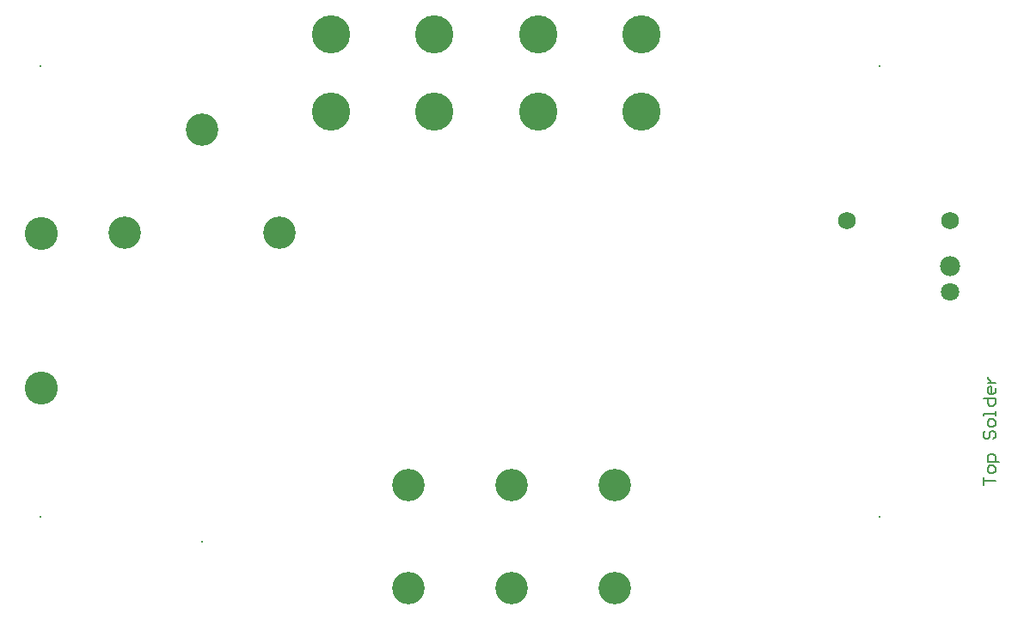
<source format=gts>
%FSLAX23Y23*%
%MOIN*%
G70*
G01*
G75*
G04 Layer_Color=8388736*
%ADD10C,0.150*%
%ADD11C,0.050*%
%ADD12C,0.120*%
%ADD13C,0.020*%
%ADD14C,0.005*%
%ADD15C,0.120*%
%ADD16C,0.063*%
%ADD17C,0.070*%
%ADD18C,0.060*%
%ADD19C,0.118*%
%ADD20C,0.118*%
%ADD21C,0.140*%
%ADD22C,0.008*%
%ADD23C,0.008*%
%ADD24C,0.005*%
%ADD25C,0.040*%
%ADD26C,0.001*%
%ADD27C,0.002*%
%ADD28C,0.015*%
%ADD29C,0.010*%
%ADD30C,0.128*%
%ADD31C,0.071*%
%ADD32C,0.008*%
%ADD33C,0.078*%
%ADD34C,0.068*%
%ADD35C,0.126*%
%ADD36C,0.126*%
%ADD37C,0.148*%
D14*
X4030Y500D02*
Y530D01*
Y515D01*
X4075D01*
Y552D02*
Y567D01*
X4068Y575D01*
X4053D01*
X4045Y567D01*
Y552D01*
X4053Y545D01*
X4068D01*
X4075Y552D01*
X4090Y590D02*
X4045D01*
Y612D01*
X4053Y620D01*
X4068D01*
X4075Y612D01*
Y590D01*
X4038Y710D02*
X4030Y702D01*
Y687D01*
X4038Y680D01*
X4045D01*
X4053Y687D01*
Y702D01*
X4060Y710D01*
X4068D01*
X4075Y702D01*
Y687D01*
X4068Y680D01*
X4075Y732D02*
Y747D01*
X4068Y755D01*
X4053D01*
X4045Y747D01*
Y732D01*
X4053Y725D01*
X4068D01*
X4075Y732D01*
Y770D02*
Y785D01*
Y777D01*
X4030D01*
Y770D01*
Y837D02*
X4075D01*
Y815D01*
X4068Y807D01*
X4053D01*
X4045Y815D01*
Y837D01*
X4075Y875D02*
Y860D01*
X4068Y852D01*
X4053D01*
X4045Y860D01*
Y875D01*
X4053Y882D01*
X4060D01*
Y852D01*
X4045Y897D02*
X4075D01*
X4060D01*
X4053Y905D01*
X4045Y912D01*
Y920D01*
D30*
X375Y875D02*
D03*
Y1475D02*
D03*
D31*
X3900Y1250D02*
D03*
D32*
X373Y2125D02*
D03*
Y375D02*
D03*
X3628D02*
D03*
Y2125D02*
D03*
X1000Y280D02*
D03*
D33*
X3900Y1350D02*
D03*
D34*
Y1525D02*
D03*
X3500D02*
D03*
D35*
X1000Y1880D02*
D03*
X1300Y1480D02*
D03*
X2200Y100D02*
D03*
Y500D02*
D03*
D36*
X700Y1480D02*
D03*
X1800Y500D02*
D03*
Y100D02*
D03*
X2600D02*
D03*
Y500D02*
D03*
D37*
X1900Y2250D02*
D03*
X2302Y2251D02*
D03*
X1900Y1950D02*
D03*
X2302Y1951D02*
D03*
X1500Y2250D02*
D03*
X2702Y2251D02*
D03*
X1500Y1950D02*
D03*
X2702Y1951D02*
D03*
M02*

</source>
